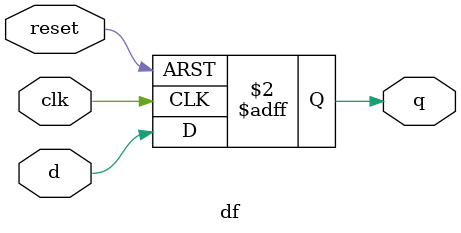
<source format=v>

module block(input auth, vote1, vote2, vote3, clk, reset,
             output vv1, vv2, vv3);
  wire q1, q2, a;
  df d1(.d(1'b1),
         .clk(vote1),
         .reset(vv1|reset|auth),
         .q(q1));
  
  df d2(.d(1'b1),
         .clk(vote2),
         .reset(vv2|reset|auth),
         .q(q2));
  
  df d3(.d(1'b1),
         .clk(vote3),
         .reset(vv3|reset|auth),
         .q(q3));
         
  df d4(.d(1'b1),
         .clk(auth),
         .reset(vv1|vv2|vv3|reset),
         .q(a));
  
  // 2nd stage
  df d5(.d(q1 & a),
         .clk(clk),
         .reset(1'b0),
         .q(vv1));
  
  df d6(.d(q2 & a),
         .clk(clk),
         .reset(1'b0),
         .q(vv2));
         
  df d7(.d(q3 & a),
         .clk(clk),
         .reset(1'b0),
         .q(vv3));

endmodule

module df(input d, clk, reset,
           output reg q);
  always @(posedge clk or posedge reset) begin
    if(reset) q = 0;
    else q = d;
  end
endmodule

</source>
